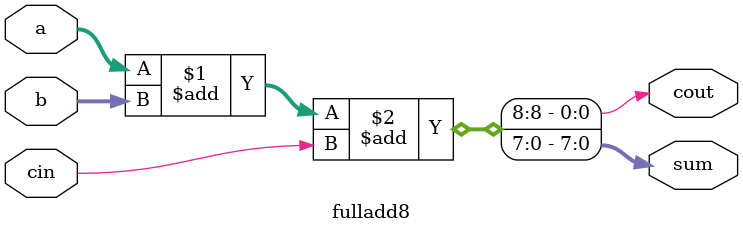
<source format=v>

module fulladd8(cout,sum,a,b,cin);
   input [7:0] a,b;
	input cin;
	output cout;
	output [7:0] sum;
assign {cout,sum}=a+b+cin;
endmodule
</source>
